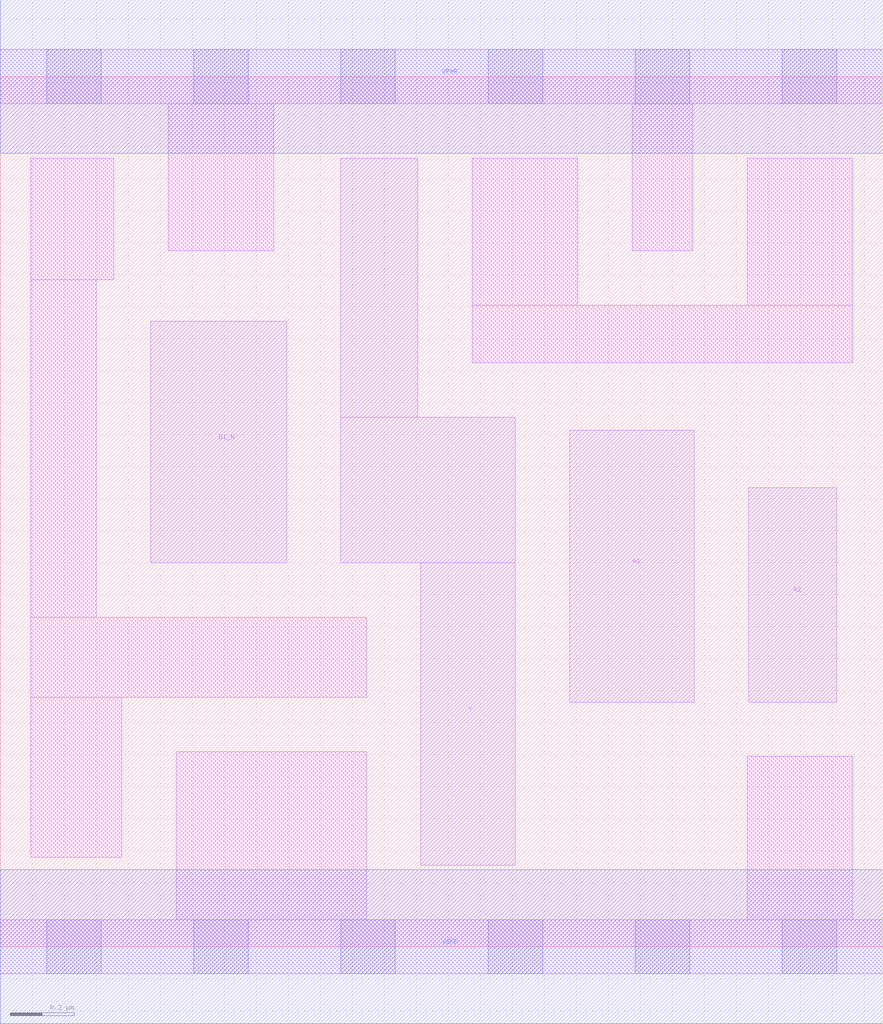
<source format=lef>
# Copyright 2020 The SkyWater PDK Authors
#
# Licensed under the Apache License, Version 2.0 (the "License");
# you may not use this file except in compliance with the License.
# You may obtain a copy of the License at
#
#     https://www.apache.org/licenses/LICENSE-2.0
#
# Unless required by applicable law or agreed to in writing, software
# distributed under the License is distributed on an "AS IS" BASIS,
# WITHOUT WARRANTIES OR CONDITIONS OF ANY KIND, either express or implied.
# See the License for the specific language governing permissions and
# limitations under the License.
#
# SPDX-License-Identifier: Apache-2.0

VERSION 5.7 ;
  NAMESCASESENSITIVE ON ;
  NOWIREEXTENSIONATPIN ON ;
  DIVIDERCHAR "/" ;
  BUSBITCHARS "[]" ;
UNITS
  DATABASE MICRONS 200 ;
END UNITS
MACRO sky130_fd_sc_hd__a21boi_0
  CLASS CORE ;
  SOURCE USER ;
  FOREIGN sky130_fd_sc_hd__a21boi_0 ;
  ORIGIN  0.000000  0.000000 ;
  SIZE  2.760000 BY  2.720000 ;
  SYMMETRY X Y R90 ;
  SITE unithd ;
  PIN A1
    ANTENNAGATEAREA  0.159000 ;
    DIRECTION INPUT ;
    USE SIGNAL ;
    PORT
      LAYER li1 ;
        RECT 1.780000 0.765000 2.170000 1.615000 ;
    END
  END A1
  PIN A2
    ANTENNAGATEAREA  0.159000 ;
    DIRECTION INPUT ;
    USE SIGNAL ;
    PORT
      LAYER li1 ;
        RECT 2.340000 0.765000 2.615000 1.435000 ;
    END
  END A2
  PIN B1_N
    ANTENNAGATEAREA  0.126000 ;
    DIRECTION INPUT ;
    USE SIGNAL ;
    PORT
      LAYER li1 ;
        RECT 0.470000 1.200000 0.895000 1.955000 ;
    END
  END B1_N
  PIN Y
    ANTENNADIFFAREA  0.392200 ;
    DIRECTION OUTPUT ;
    USE SIGNAL ;
    PORT
      LAYER li1 ;
        RECT 1.065000 1.200000 1.610000 1.655000 ;
        RECT 1.065000 1.655000 1.305000 2.465000 ;
        RECT 1.315000 0.255000 1.610000 1.200000 ;
    END
  END Y
  PIN VGND
    DIRECTION INOUT ;
    SHAPE ABUTMENT ;
    USE GROUND ;
    PORT
      LAYER met1 ;
        RECT 0.000000 -0.240000 2.760000 0.240000 ;
    END
  END VGND
  PIN VPWR
    DIRECTION INOUT ;
    SHAPE ABUTMENT ;
    USE POWER ;
    PORT
      LAYER met1 ;
        RECT 0.000000 2.480000 2.760000 2.960000 ;
    END
  END VPWR
  OBS
    LAYER li1 ;
      RECT 0.000000 -0.085000 2.760000 0.085000 ;
      RECT 0.000000  2.635000 2.760000 2.805000 ;
      RECT 0.095000  0.280000 0.380000 0.780000 ;
      RECT 0.095000  0.780000 1.145000 1.030000 ;
      RECT 0.095000  1.030000 0.300000 2.085000 ;
      RECT 0.095000  2.085000 0.355000 2.465000 ;
      RECT 0.525000  2.175000 0.855000 2.635000 ;
      RECT 0.550000  0.085000 1.145000 0.610000 ;
      RECT 1.475000  1.825000 2.665000 2.005000 ;
      RECT 1.475000  2.005000 1.805000 2.465000 ;
      RECT 1.975000  2.175000 2.165000 2.635000 ;
      RECT 2.335000  0.085000 2.665000 0.595000 ;
      RECT 2.335000  2.005000 2.665000 2.465000 ;
    LAYER mcon ;
      RECT 0.145000 -0.085000 0.315000 0.085000 ;
      RECT 0.145000  2.635000 0.315000 2.805000 ;
      RECT 0.605000 -0.085000 0.775000 0.085000 ;
      RECT 0.605000  2.635000 0.775000 2.805000 ;
      RECT 1.065000 -0.085000 1.235000 0.085000 ;
      RECT 1.065000  2.635000 1.235000 2.805000 ;
      RECT 1.525000 -0.085000 1.695000 0.085000 ;
      RECT 1.525000  2.635000 1.695000 2.805000 ;
      RECT 1.985000 -0.085000 2.155000 0.085000 ;
      RECT 1.985000  2.635000 2.155000 2.805000 ;
      RECT 2.445000 -0.085000 2.615000 0.085000 ;
      RECT 2.445000  2.635000 2.615000 2.805000 ;
  END
END sky130_fd_sc_hd__a21boi_0

</source>
